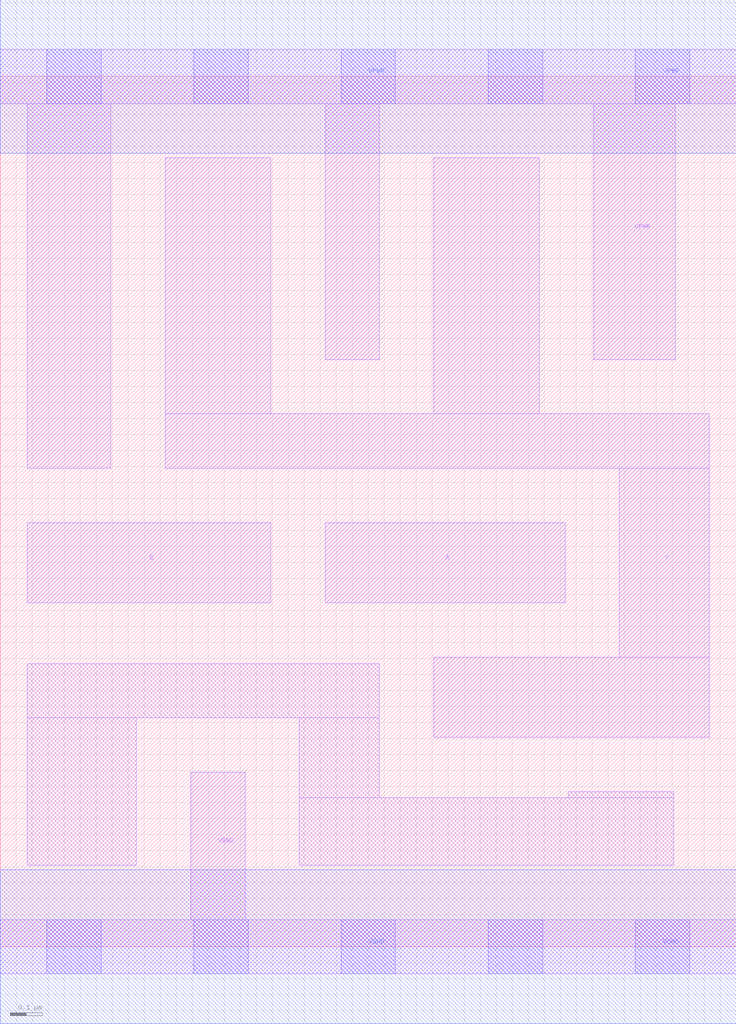
<source format=lef>
# Copyright 2020 The SkyWater PDK Authors
#
# Licensed under the Apache License, Version 2.0 (the "License");
# you may not use this file except in compliance with the License.
# You may obtain a copy of the License at
#
#     https://www.apache.org/licenses/LICENSE-2.0
#
# Unless required by applicable law or agreed to in writing, software
# distributed under the License is distributed on an "AS IS" BASIS,
# WITHOUT WARRANTIES OR CONDITIONS OF ANY KIND, either express or implied.
# See the License for the specific language governing permissions and
# limitations under the License.
#
# SPDX-License-Identifier: Apache-2.0

VERSION 5.7 ;
  NAMESCASESENSITIVE ON ;
  NOWIREEXTENSIONATPIN ON ;
  DIVIDERCHAR "/" ;
  BUSBITCHARS "[]" ;
UNITS
  DATABASE MICRONS 200 ;
END UNITS
MACRO sky130_fd_sc_hd__nand2_2
  CLASS CORE ;
  SOURCE USER ;
  FOREIGN sky130_fd_sc_hd__nand2_2 ;
  ORIGIN  0.000000  0.000000 ;
  SIZE  2.300000 BY  2.720000 ;
  SYMMETRY X Y R90 ;
  SITE unithd ;
  PIN A
    ANTENNAGATEAREA  0.495000 ;
    DIRECTION INPUT ;
    USE SIGNAL ;
    PORT
      LAYER li1 ;
        RECT 1.015000 1.075000 1.765000 1.325000 ;
    END
  END A
  PIN B
    ANTENNAGATEAREA  0.495000 ;
    DIRECTION INPUT ;
    USE SIGNAL ;
    PORT
      LAYER li1 ;
        RECT 0.085000 1.075000 0.845000 1.325000 ;
    END
  END B
  PIN Y
    ANTENNADIFFAREA  0.715500 ;
    DIRECTION OUTPUT ;
    USE SIGNAL ;
    PORT
      LAYER li1 ;
        RECT 0.515000 1.495000 2.215000 1.665000 ;
        RECT 0.515000 1.665000 0.845000 2.465000 ;
        RECT 1.355000 0.655000 2.215000 0.905000 ;
        RECT 1.355000 1.665000 1.685000 2.465000 ;
        RECT 1.935000 0.905000 2.215000 1.495000 ;
    END
  END Y
  PIN VGND
    DIRECTION INOUT ;
    SHAPE ABUTMENT ;
    USE GROUND ;
    PORT
      LAYER li1 ;
        RECT 0.000000 -0.085000 2.300000 0.085000 ;
        RECT 0.595000  0.085000 0.765000 0.545000 ;
      LAYER mcon ;
        RECT 0.145000 -0.085000 0.315000 0.085000 ;
        RECT 0.605000 -0.085000 0.775000 0.085000 ;
        RECT 1.065000 -0.085000 1.235000 0.085000 ;
        RECT 1.525000 -0.085000 1.695000 0.085000 ;
        RECT 1.985000 -0.085000 2.155000 0.085000 ;
      LAYER met1 ;
        RECT 0.000000 -0.240000 2.300000 0.240000 ;
    END
  END VGND
  PIN VPWR
    DIRECTION INOUT ;
    SHAPE ABUTMENT ;
    USE POWER ;
    PORT
      LAYER li1 ;
        RECT 0.000000 2.635000 2.300000 2.805000 ;
        RECT 0.085000 1.495000 0.345000 2.635000 ;
        RECT 1.015000 1.835000 1.185000 2.635000 ;
        RECT 1.855000 1.835000 2.110000 2.635000 ;
      LAYER mcon ;
        RECT 0.145000 2.635000 0.315000 2.805000 ;
        RECT 0.605000 2.635000 0.775000 2.805000 ;
        RECT 1.065000 2.635000 1.235000 2.805000 ;
        RECT 1.525000 2.635000 1.695000 2.805000 ;
        RECT 1.985000 2.635000 2.155000 2.805000 ;
      LAYER met1 ;
        RECT 0.000000 2.480000 2.300000 2.960000 ;
    END
  END VPWR
  OBS
    LAYER li1 ;
      RECT 0.085000 0.255000 0.425000 0.715000 ;
      RECT 0.085000 0.715000 1.185000 0.885000 ;
      RECT 0.935000 0.255000 2.105000 0.465000 ;
      RECT 0.935000 0.465000 1.185000 0.715000 ;
      RECT 1.775000 0.465000 2.105000 0.485000 ;
  END
END sky130_fd_sc_hd__nand2_2

</source>
